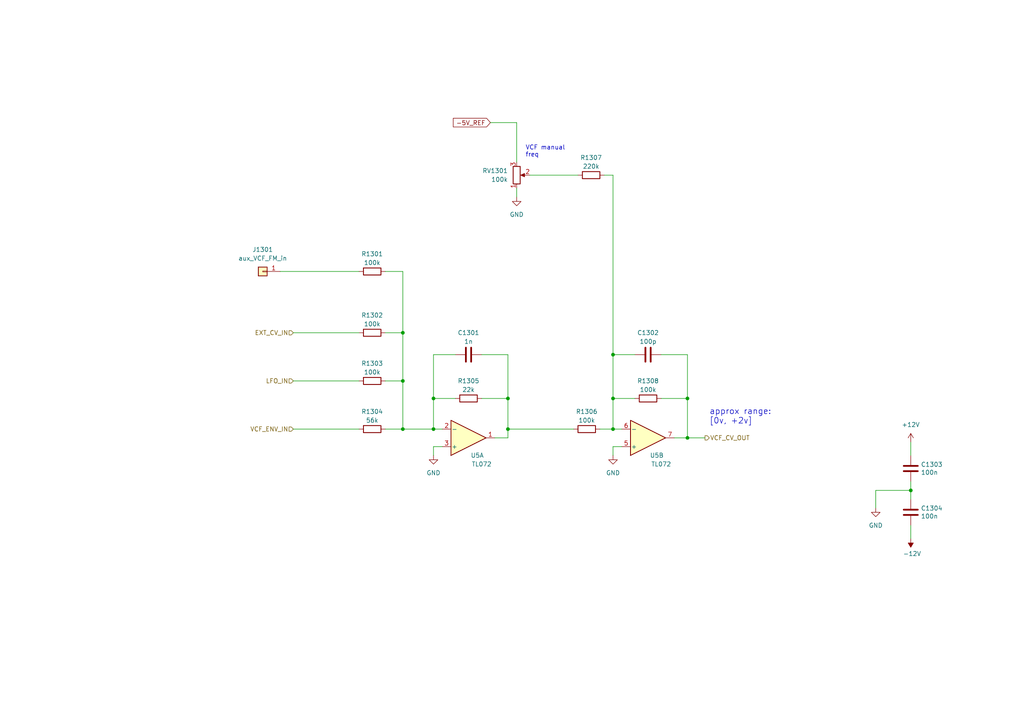
<source format=kicad_sch>
(kicad_sch (version 20211123) (generator eeschema)
  (paper "A4")
  (title_block (title "Micro-Pico Tiny Monosynth") (date "2022-10-06") (rev "1.0") (comment 1 "creativecommons.org/licences/by/4.0") (comment 2 "Licence: CC by 4.0") (comment 3 "Author: Jordan Aceto"))
  (lib_symbols
    (symbol "Amplifier_Operational:TL072" (pin_names (offset 0.127))
      (property "Reference" "U" (at 0 5.08 0))
      (property "Value" "TL072" (at 0 -5.08 0))
      (symbol "TL072_1_1"
        (polyline (pts (xy -5.08 5.08) (xy 5.08 0) (xy -5.08 -5.08) (xy -5.08 5.08)) (stroke (width 0.254)) (fill (type background)))
        (pin output line (at 7.62 0 180) (length 2.54) (name "~") (number "1"))
        (pin input line (at -7.62 -2.54 0) (length 2.54) (name "-") (number "2"))
        (pin input line (at -7.62 2.54 0) (length 2.54) (name "+") (number "3"))
      )
      (symbol "TL072_2_1"
        (polyline (pts (xy -5.08 5.08) (xy 5.08 0) (xy -5.08 -5.08) (xy -5.08 5.08)) (stroke (width 0.254)) (fill (type background)))
        (pin input line (at -7.62 2.54 0) (length 2.54) (name "+") (number "5"))
        (pin input line (at -7.62 -2.54 0) (length 2.54) (name "-") (number "6"))
        (pin output line (at 7.62 0 180) (length 2.54) (name "~") (number "7"))
      )
      (symbol "TL072_3_1"
        (pin power_in line (at -2.54 -7.62 90) (length 3.81) (name "V-") (number "4"))
        (pin power_in line (at -2.54 7.62 270) (length 3.81) (name "V+") (number "8"))
      )
    )
    (symbol "Connector_Generic:Conn_01x01" (pin_names (offset 1.016) hide)
      (property "Reference" "J" (at 0 2.54 0))
      (property "Value" "Conn_01x01" (at 0 -2.54 0))
      (symbol "Conn_01x01_1_1"
        (rectangle (start -1.27 0.127) (end 0 -0.127) (stroke (width 0.1524)))
        (rectangle (start -1.27 1.27) (end 1.27 -1.27) (stroke (width 0.254)) (fill (type background)))
        (pin passive line (at -5.08 0 0) (length 3.81) (name "Pin_1") (number "1"))
      )
    )
    (symbol "Device:C" (pin_numbers hide) (pin_names (offset 0.254))
      (property "Reference" "C" (at 0.635 2.54 0))
      (property "Value" "C" (at 0.635 -2.54 0))
      (symbol "C_0_1"
        (polyline (pts (xy -2.032 -0.762) (xy 2.032 -0.762)) (stroke (width 0.508)))
        (polyline (pts (xy -2.032 0.762) (xy 2.032 0.762)) (stroke (width 0.508)))
      )
      (symbol "C_1_1"
        (pin passive line (at 0 3.81 270) (length 2.794) (name "~") (number "1"))
        (pin passive line (at 0 -3.81 90) (length 2.794) (name "~") (number "2"))
      )
    )
    (symbol "Device:R" (pin_numbers hide) (pin_names (offset 0))
      (property "Reference" "R" (at 2.032 0 90))
      (property "Value" "R" (at 0 0 90))
      (symbol "R_0_1"
        (rectangle (start -1.016 -2.54) (end 1.016 2.54) (stroke (width 0.254)))
      )
      (symbol "R_1_1"
        (pin passive line (at 0 3.81 270) (length 1.27) (name "~") (number "1"))
        (pin passive line (at 0 -3.81 90) (length 1.27) (name "~") (number "2"))
      )
    )
    (symbol "Device:R_Potentiometer" (pin_names (offset 1.016) hide)
      (property "Reference" "RV" (at -4.445 0 90))
      (property "Value" "R_Potentiometer" (at -2.54 0 90))
      (symbol "R_Potentiometer_0_1"
        (polyline (pts (xy 2.54 0) (xy 1.524 0)))
        (polyline (pts (xy 1.143 0) (xy 2.286 0.508) (xy 2.286 -0.508) (xy 1.143 0)) (fill (type outline)))
        (rectangle (start 1.016 2.54) (end -1.016 -2.54) (stroke (width 0.254)))
      )
      (symbol "R_Potentiometer_1_1"
        (pin passive line (at 0 3.81 270) (length 1.27) (name "1") (number "1"))
        (pin passive line (at 3.81 0 180) (length 1.27) (name "2") (number "2"))
        (pin passive line (at 0 -3.81 90) (length 1.27) (name "3") (number "3"))
      )
    )
    (symbol "power:+12V" (power) (pin_names (offset 0))
      (property "Value" "+12V" (at 0 3.556 0))
      (symbol "+12V_0_1"
        (polyline (pts (xy -0.762 1.27) (xy 0 2.54)))
        (polyline (pts (xy 0 0) (xy 0 2.54)))
        (polyline (pts (xy 0 2.54) (xy 0.762 1.27)))
      )
      (symbol "+12V_1_1"
        (pin power_in line (at 0 0 90) (length 0) hide (name "+12V") (number "1"))
      )
    )
    (symbol "power:-12V" (power) (pin_names (offset 0))
      (property "Value" "-12V" (at 0 3.81 0))
      (symbol "-12V_0_0"
        (pin power_in line (at 0 0 90) (length 0) hide (name "-12V") (number "1"))
      )
      (symbol "-12V_0_1"
        (polyline (pts (xy 0 0) (xy 0 1.27) (xy 0.762 1.27) (xy 0 2.54) (xy -0.762 1.27) (xy 0 1.27)) (fill (type outline)))
      )
    )
    (symbol "power:GND" (power) (pin_names (offset 0))
      (property "Value" "GND" (at 0 -3.81 0))
      (symbol "GND_0_1"
        (polyline (pts (xy 0 0) (xy 0 -1.27) (xy 1.27 -1.27) (xy 0 -2.54) (xy -1.27 -1.27) (xy 0 -1.27)))
      )
      (symbol "GND_1_1"
        (pin power_in line (at 0 0 270) (length 0) hide (name "GND") (number "1"))
      )
    )
  )
  (junction (at 177.8 102.87))
  (junction (at 116.84 96.52))
  (junction (at 264.16 142.24))
  (junction (at 147.32 115.57))
  (junction (at 125.73 124.46))
  (junction (at 177.8 115.57))
  (junction (at 199.39 127))
  (junction (at 116.84 110.49))
  (junction (at 199.39 115.57))
  (junction (at 147.32 124.46))
  (junction (at 116.84 124.46))
  (junction (at 125.73 115.57))
  (junction (at 177.8 124.46))
  (wire (pts (xy 177.8 129.54) (xy 180.34 129.54)))
  (wire (pts (xy 116.84 78.74) (xy 116.84 96.52)))
  (wire (pts (xy 116.84 110.49) (xy 116.84 96.52)))
  (wire (pts (xy 199.39 127) (xy 204.47 127)))
  (wire (pts (xy 177.8 102.87) (xy 177.8 50.8)))
  (wire (pts (xy 177.8 132.08) (xy 177.8 129.54)))
  (wire (pts (xy 143.51 127) (xy 147.32 127)))
  (wire (pts (xy 184.15 102.87) (xy 177.8 102.87)))
  (wire (pts (xy 147.32 124.46) (xy 166.37 124.46)))
  (wire (pts (xy 116.84 124.46) (xy 116.84 110.49)))
  (wire (pts (xy 111.76 110.49) (xy 116.84 110.49)))
  (wire (pts (xy 132.08 115.57) (xy 125.73 115.57)))
  (wire (pts (xy 111.76 124.46) (xy 116.84 124.46)))
  (wire (pts (xy 264.16 142.24) (xy 264.16 144.78)))
  (wire (pts (xy 125.73 115.57) (xy 125.73 124.46)))
  (wire (pts (xy 149.86 35.56) (xy 149.86 46.99)))
  (wire (pts (xy 177.8 124.46) (xy 180.34 124.46)))
  (wire (pts (xy 81.28 78.74) (xy 104.14 78.74)))
  (wire (pts (xy 195.58 127) (xy 199.39 127)))
  (wire (pts (xy 125.73 132.08) (xy 125.73 129.54)))
  (wire (pts (xy 85.09 110.49) (xy 104.14 110.49)))
  (wire (pts (xy 254 142.24) (xy 264.16 142.24)))
  (wire (pts (xy 264.16 128.27) (xy 264.16 132.08)))
  (wire (pts (xy 173.99 124.46) (xy 177.8 124.46)))
  (wire (pts (xy 199.39 102.87) (xy 199.39 115.57)))
  (wire (pts (xy 132.08 102.87) (xy 125.73 102.87)))
  (wire (pts (xy 264.16 139.7) (xy 264.16 142.24)))
  (wire (pts (xy 191.77 115.57) (xy 199.39 115.57)))
  (wire (pts (xy 85.09 96.52) (xy 104.14 96.52)))
  (wire (pts (xy 199.39 127) (xy 199.39 115.57)))
  (wire (pts (xy 116.84 124.46) (xy 125.73 124.46)))
  (wire (pts (xy 254 147.32) (xy 254 142.24)))
  (wire (pts (xy 147.32 102.87) (xy 147.32 115.57)))
  (wire (pts (xy 125.73 124.46) (xy 128.27 124.46)))
  (wire (pts (xy 147.32 124.46) (xy 147.32 115.57)))
  (wire (pts (xy 142.24 35.56) (xy 149.86 35.56)))
  (wire (pts (xy 184.15 115.57) (xy 177.8 115.57)))
  (wire (pts (xy 177.8 115.57) (xy 177.8 124.46)))
  (wire (pts (xy 264.16 152.4) (xy 264.16 156.21)))
  (wire (pts (xy 116.84 96.52) (xy 111.76 96.52)))
  (wire (pts (xy 147.32 127) (xy 147.32 124.46)))
  (wire (pts (xy 139.7 102.87) (xy 147.32 102.87)))
  (wire (pts (xy 125.73 102.87) (xy 125.73 115.57)))
  (wire (pts (xy 153.67 50.8) (xy 167.64 50.8)))
  (wire (pts (xy 111.76 78.74) (xy 116.84 78.74)))
  (wire (pts (xy 175.26 50.8) (xy 177.8 50.8)))
  (wire (pts (xy 125.73 129.54) (xy 128.27 129.54)))
  (wire (pts (xy 149.86 54.61) (xy 149.86 57.15)))
  (wire (pts (xy 191.77 102.87) (xy 199.39 102.87)))
  (wire (pts (xy 139.7 115.57) (xy 147.32 115.57)))
  (wire (pts (xy 85.09 124.46) (xy 104.14 124.46)))
  (wire (pts (xy 177.8 102.87) (xy 177.8 115.57)))
  (text "VCF manual\nfreq" (at 152.4 45.72 0) (effects (font (size 1.27 1.27)) (justify left bottom)))
  (text "approx range:\n[0v, +2v]" (at 205.74 123.19 0) (effects (font (size 1.7 1.7)) (justify left bottom)))
  (global_label "-5V_REF" (shape input) (at 142.24 35.56 180) (property "Intersheet References" "${INTERSHEET_REFS}" (effects hide)))
  (hierarchical_label "LFO_IN" (shape input) (at 85.09 110.49 180))
  (hierarchical_label "VCF_CV_OUT" (shape output) (at 204.47 127 0))
  (hierarchical_label "VCF_ENV_IN" (shape input) (at 85.09 124.46 180))
  (hierarchical_label "EXT_CV_IN" (shape input) (at 85.09 96.52 180))
  (symbol (lib_id "Amplifier_Operational:TL072") (at 187.96 127 0) (mirror x) (unit 2)
    (property "Reference" "U5" (at 190.5 132.08 0))
    (property "Value" "TL072" (at 191.77 134.62 0))
    (property "Footprint" "Package_SO:SOIC-8_3.9x4.9mm_P1.27mm" (effects hide))
    (property "Datasheet" "http://www.ti.com/lit/ds/symlink/tl071.pdf" (effects hide))
  )
  (symbol (lib_id "Device:R") (at 135.89 115.57 90) (unit 1)
    (property "Reference" "R1305" (at 135.89 110.49 90))
    (property "Value" "22k" (at 135.89 113.03 90))
    (property "Footprint" "Resistor_SMD:R_0603_1608Metric" (effects hide))
  )
  (symbol (lib_id "power:GND") (at 254 147.32 0) (unit 1)
    (property "Reference" "#PWR01305" (effects hide))
    (property "Value" "GND" (at 254 152.4 0))
  )
  (symbol (lib_id "Device:R") (at 187.96 115.57 90) (unit 1)
    (property "Reference" "R1308" (at 187.96 110.49 90))
    (property "Value" "100k" (at 187.96 113.03 90))
    (property "Footprint" "Resistor_SMD:R_0603_1608Metric" (effects hide))
  )
  (symbol (lib_id "Device:R") (at 171.45 50.8 90) (unit 1)
    (property "Reference" "R1307" (at 171.45 45.72 90))
    (property "Value" "220k" (at 171.45 48.26 90))
    (property "Footprint" "Resistor_SMD:R_0603_1608Metric" (effects hide))
  )
  (symbol (lib_id "Device:C") (at 264.16 135.89 0) (unit 1)
    (property "Reference" "C1303" (at 267.081 134.7216 0) (effects (justify left)))
    (property "Value" "100n" (at 267.081 137.033 0) (effects (justify left)))
    (property "Footprint" "Capacitor_SMD:C_0603_1608Metric" (effects hide))
  )
  (symbol (lib_id "power:-12V") (at 264.16 156.21 0) (mirror x) (unit 1)
    (property "Reference" "#PWR01307" (effects hide))
    (property "Value" "-12V" (at 264.541 160.6042 0))
  )
  (symbol (lib_id "power:GND") (at 125.73 132.08 0) (unit 1)
    (property "Reference" "#PWR01302" (effects hide))
    (property "Value" "GND" (at 125.73 137.16 0))
  )
  (symbol (lib_id "power:GND") (at 177.8 132.08 0) (unit 1)
    (property "Reference" "#PWR01304" (effects hide))
    (property "Value" "GND" (at 177.8 137.16 0))
  )
  (symbol (lib_id "Device:R") (at 170.18 124.46 90) (unit 1)
    (property "Reference" "R1306" (at 170.18 119.38 90))
    (property "Value" "100k" (at 170.18 121.92 90))
    (property "Footprint" "Resistor_SMD:R_0603_1608Metric" (effects hide))
  )
  (symbol (lib_id "Amplifier_Operational:TL072") (at 135.89 127 0) (mirror x) (unit 1)
    (property "Reference" "U5" (at 138.43 132.08 0))
    (property "Value" "TL072" (at 139.7 134.62 0))
    (property "Footprint" "Package_SO:SOIC-8_3.9x4.9mm_P1.27mm" (effects hide))
    (property "Datasheet" "http://www.ti.com/lit/ds/symlink/tl071.pdf" (effects hide))
  )
  (symbol (lib_id "Device:R_Potentiometer") (at 149.86 50.8 0) (mirror x) (unit 1)
    (property "Reference" "RV1301" (at 147.32 49.5299 0) (effects (justify right)))
    (property "Value" "100k" (at 147.32 52.0699 0) (effects (justify right)))
    (property "Footprint" "custom_footprints:Alpha_RD901F" (effects hide))
  )
  (symbol (lib_id "Device:R") (at 107.95 124.46 90) (unit 1)
    (property "Reference" "R1304" (at 107.95 119.38 90))
    (property "Value" "56k" (at 107.95 121.92 90))
    (property "Footprint" "Resistor_SMD:R_0603_1608Metric" (effects hide))
  )
  (symbol (lib_id "power:GND") (at 149.86 57.15 0) (unit 1)
    (property "Reference" "#PWR01303" (effects hide))
    (property "Value" "GND" (at 149.86 62.23 0))
  )
  (symbol (lib_id "Device:R") (at 107.95 110.49 90) (unit 1)
    (property "Reference" "R1303" (at 107.95 105.41 90))
    (property "Value" "100k" (at 107.95 107.95 90))
    (property "Footprint" "Resistor_SMD:R_0603_1608Metric" (effects hide))
  )
  (symbol (lib_id "Device:C") (at 187.96 102.87 90) (unit 1)
    (property "Reference" "C1302" (at 187.96 96.52 90))
    (property "Value" "100p" (at 187.96 99.06 90))
    (property "Footprint" "Capacitor_SMD:C_0603_1608Metric" (effects hide))
  )
  (symbol (lib_id "Device:R") (at 107.95 96.52 90) (unit 1)
    (property "Reference" "R1302" (at 107.95 91.44 90))
    (property "Value" "100k" (at 107.95 93.98 90))
    (property "Footprint" "Resistor_SMD:R_0603_1608Metric" (effects hide))
  )
  (symbol (lib_id "Connector_Generic:Conn_01x01") (at 76.2 78.74 0) (mirror y) (unit 1) (in_bom no)
    (property "Reference" "J1301" (at 76.2 72.39 0))
    (property "Value" "aux_VCF_FM_in" (at 76.2 74.93 0))
    (property "Footprint" "TestPoint:TestPoint_Keystone_5000-5004_Miniature" (effects hide))
  )
  (symbol (lib_id "Device:R") (at 107.95 78.74 90) (unit 1)
    (property "Reference" "R1301" (at 107.95 73.66 90))
    (property "Value" "100k" (at 107.95 76.2 90))
    (property "Footprint" "Resistor_SMD:R_0603_1608Metric" (effects hide))
  )
  (symbol (lib_id "Device:C") (at 135.89 102.87 90) (unit 1)
    (property "Reference" "C1301" (at 135.89 96.52 90))
    (property "Value" "1n" (at 135.89 99.06 90))
    (property "Footprint" "Capacitor_SMD:C_0603_1608Metric" (effects hide))
  )
  (symbol (lib_id "power:+12V") (at 264.16 128.27 0) (unit 1)
    (property "Reference" "#PWR01306" (effects hide))
    (property "Value" "+12V" (at 264.16 123.19 0))
  )
  (symbol (lib_id "Device:C") (at 264.16 148.59 0) (unit 1)
    (property "Reference" "C1304" (at 267.081 147.4216 0) (effects (justify left)))
    (property "Value" "100n" (at 267.081 149.733 0) (effects (justify left)))
    (property "Footprint" "Capacitor_SMD:C_0603_1608Metric" (effects hide))
  )
)
</source>
